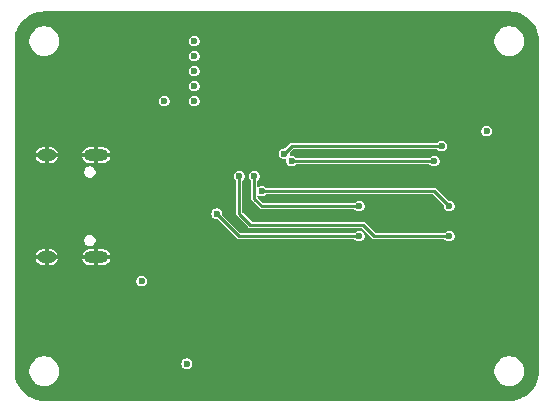
<source format=gbr>
G04 #@! TF.GenerationSoftware,KiCad,Pcbnew,9.0.2+dfsg-1*
G04 #@! TF.CreationDate,2025-08-10T10:43:45+08:00*
G04 #@! TF.ProjectId,stlink,73746c69-6e6b-42e6-9b69-6361645f7063,a*
G04 #@! TF.SameCoordinates,Original*
G04 #@! TF.FileFunction,Copper,L4,Bot*
G04 #@! TF.FilePolarity,Positive*
%FSLAX46Y46*%
G04 Gerber Fmt 4.6, Leading zero omitted, Abs format (unit mm)*
G04 Created by KiCad (PCBNEW 9.0.2+dfsg-1) date 2025-08-10 10:43:45*
%MOMM*%
%LPD*%
G01*
G04 APERTURE LIST*
G04 #@! TA.AperFunction,ComponentPad*
%ADD10O,2.100000X1.000000*%
G04 #@! TD*
G04 #@! TA.AperFunction,ComponentPad*
%ADD11O,1.600000X1.000000*%
G04 #@! TD*
G04 #@! TA.AperFunction,ViaPad*
%ADD12C,0.600000*%
G04 #@! TD*
G04 #@! TA.AperFunction,Conductor*
%ADD13C,0.228600*%
G04 #@! TD*
G04 APERTURE END LIST*
D10*
G04 #@! TO.P,J1,S1,SHIELD*
G04 #@! TO.N,GND*
X108540000Y-84580000D03*
D11*
X104360000Y-84580000D03*
D10*
X108540000Y-93220000D03*
D11*
X104360000Y-93220000D03*
G04 #@! TD*
D12*
G04 #@! TO.N,GND*
X114300000Y-76200000D03*
X107315000Y-89535000D03*
X114300000Y-78740000D03*
X107315000Y-88265000D03*
X114300000Y-74930000D03*
G04 #@! TO.N,+3V3*
X116840000Y-77470000D03*
X114300000Y-80010000D03*
X116205000Y-102235000D03*
X116840000Y-78740000D03*
X116840000Y-74930000D03*
X141605000Y-82550000D03*
X116840000Y-76200000D03*
X112395000Y-95250000D03*
X116840000Y-80010000D03*
G04 #@! TO.N,T_DIO*
X138430000Y-88900000D03*
X122555000Y-87630000D03*
G04 #@! TO.N,T_CLK*
X121920000Y-86360000D03*
X130810000Y-88900000D03*
G04 #@! TO.N,T_RX*
X137795000Y-83820000D03*
X124460000Y-84455000D03*
G04 #@! TO.N,T_TX*
X137160000Y-85090000D03*
X125095000Y-85090000D03*
G04 #@! TO.N,T_RST*
X138430000Y-91440000D03*
X120650000Y-86360000D03*
G04 #@! TO.N,T_SWO*
X118745000Y-89535000D03*
X130810000Y-91440000D03*
G04 #@! TD*
D13*
G04 #@! TO.N,T_DIO*
X137160000Y-87630000D02*
X138430000Y-88900000D01*
X122555000Y-87630000D02*
X137160000Y-87630000D01*
G04 #@! TO.N,T_CLK*
X130810000Y-88900000D02*
X122555000Y-88900000D01*
X122555000Y-88900000D02*
X121920000Y-88265000D01*
X121920000Y-88265000D02*
X121920000Y-86360000D01*
G04 #@! TO.N,T_RX*
X125095000Y-83820000D02*
X124460000Y-84455000D01*
X137795000Y-83820000D02*
X125095000Y-83820000D01*
G04 #@! TO.N,T_TX*
X137160000Y-85090000D02*
X125095000Y-85090000D01*
G04 #@! TO.N,T_RST*
X131126793Y-90488207D02*
X132078586Y-91440000D01*
X120650000Y-89535000D02*
X121603207Y-90488207D01*
X120650000Y-86360000D02*
X120650000Y-89535000D01*
X121603207Y-90488207D02*
X131126793Y-90488207D01*
X132078586Y-91440000D02*
X138430000Y-91440000D01*
G04 #@! TO.N,T_SWO*
X120650000Y-91440000D02*
X118745000Y-89535000D01*
X130810000Y-91440000D02*
X120650000Y-91440000D01*
G04 #@! TD*
G04 #@! TA.AperFunction,Conductor*
G04 #@! TO.N,GND*
G36*
X143512264Y-72415637D02*
G01*
X143539262Y-72417270D01*
X143808559Y-72433559D01*
X143817558Y-72434653D01*
X144107294Y-72487748D01*
X144116089Y-72489916D01*
X144397309Y-72577548D01*
X144405800Y-72580768D01*
X144674399Y-72701654D01*
X144682437Y-72705873D01*
X144934510Y-72858256D01*
X144941983Y-72863415D01*
X145173843Y-73045066D01*
X145180640Y-73051088D01*
X145388911Y-73259359D01*
X145394933Y-73266156D01*
X145576584Y-73498016D01*
X145581743Y-73505489D01*
X145734126Y-73757562D01*
X145738346Y-73765603D01*
X145859231Y-74034199D01*
X145862451Y-74042690D01*
X145950080Y-74323899D01*
X145952253Y-74332716D01*
X146005345Y-74622433D01*
X146006440Y-74631447D01*
X146024363Y-74927735D01*
X146024500Y-74932276D01*
X146024500Y-102867723D01*
X146024363Y-102872264D01*
X146006440Y-103168552D01*
X146005345Y-103177566D01*
X145952253Y-103467283D01*
X145950080Y-103476100D01*
X145862451Y-103757309D01*
X145859231Y-103765800D01*
X145738346Y-104034396D01*
X145734126Y-104042437D01*
X145581743Y-104294510D01*
X145576584Y-104301983D01*
X145394933Y-104533843D01*
X145388911Y-104540640D01*
X145180640Y-104748911D01*
X145173843Y-104754933D01*
X144941983Y-104936584D01*
X144934510Y-104941743D01*
X144682437Y-105094126D01*
X144674396Y-105098346D01*
X144405800Y-105219231D01*
X144397309Y-105222451D01*
X144116100Y-105310080D01*
X144107283Y-105312253D01*
X143817566Y-105365345D01*
X143808552Y-105366440D01*
X143512265Y-105384363D01*
X143507724Y-105384500D01*
X104142276Y-105384500D01*
X104137735Y-105384363D01*
X103841447Y-105366440D01*
X103832433Y-105365345D01*
X103542716Y-105312253D01*
X103533899Y-105310080D01*
X103252690Y-105222451D01*
X103244199Y-105219231D01*
X102975603Y-105098346D01*
X102967562Y-105094126D01*
X102715489Y-104941743D01*
X102708016Y-104936584D01*
X102476156Y-104754933D01*
X102469359Y-104748911D01*
X102261088Y-104540640D01*
X102255066Y-104533843D01*
X102073415Y-104301983D01*
X102068256Y-104294510D01*
X101915871Y-104042434D01*
X101911653Y-104034396D01*
X101790768Y-103765800D01*
X101787548Y-103757309D01*
X101765395Y-103686218D01*
X101699916Y-103476089D01*
X101697748Y-103467294D01*
X101644653Y-103177558D01*
X101643559Y-103168559D01*
X101625637Y-102872263D01*
X101625500Y-102867723D01*
X101625500Y-102771392D01*
X102887100Y-102771392D01*
X102887100Y-102968607D01*
X102917950Y-103163385D01*
X102917953Y-103163400D01*
X102978891Y-103350946D01*
X103068424Y-103526664D01*
X103184343Y-103686210D01*
X103184350Y-103686218D01*
X103323781Y-103825649D01*
X103323789Y-103825656D01*
X103323791Y-103825658D01*
X103361866Y-103853321D01*
X103483335Y-103941575D01*
X103659053Y-104031108D01*
X103846599Y-104092046D01*
X103846608Y-104092047D01*
X103846612Y-104092049D01*
X104041395Y-104122900D01*
X104041399Y-104122900D01*
X104238601Y-104122900D01*
X104238605Y-104122900D01*
X104433388Y-104092049D01*
X104433392Y-104092047D01*
X104433400Y-104092046D01*
X104571157Y-104047285D01*
X104620947Y-104031108D01*
X104796663Y-103941576D01*
X104956209Y-103825658D01*
X105095658Y-103686209D01*
X105211576Y-103526663D01*
X105301108Y-103350947D01*
X105317527Y-103300414D01*
X105362046Y-103163400D01*
X105362047Y-103163392D01*
X105362049Y-103163388D01*
X105392900Y-102968605D01*
X105392900Y-102771395D01*
X105392900Y-102771392D01*
X142257100Y-102771392D01*
X142257100Y-102968607D01*
X142287950Y-103163385D01*
X142287953Y-103163400D01*
X142348891Y-103350946D01*
X142438424Y-103526664D01*
X142554343Y-103686210D01*
X142554350Y-103686218D01*
X142693781Y-103825649D01*
X142693789Y-103825656D01*
X142693791Y-103825658D01*
X142731866Y-103853321D01*
X142853335Y-103941575D01*
X143029053Y-104031108D01*
X143216599Y-104092046D01*
X143216608Y-104092047D01*
X143216612Y-104092049D01*
X143411395Y-104122900D01*
X143411399Y-104122900D01*
X143608601Y-104122900D01*
X143608605Y-104122900D01*
X143803388Y-104092049D01*
X143803392Y-104092047D01*
X143803400Y-104092046D01*
X143941157Y-104047285D01*
X143990947Y-104031108D01*
X144166663Y-103941576D01*
X144326209Y-103825658D01*
X144465658Y-103686209D01*
X144581576Y-103526663D01*
X144671108Y-103350947D01*
X144687527Y-103300414D01*
X144732046Y-103163400D01*
X144732047Y-103163392D01*
X144732049Y-103163388D01*
X144762900Y-102968605D01*
X144762900Y-102771395D01*
X144732049Y-102576612D01*
X144732047Y-102576608D01*
X144732046Y-102576599D01*
X144671108Y-102389053D01*
X144581575Y-102213335D01*
X144470304Y-102060186D01*
X144465658Y-102053791D01*
X144465656Y-102053789D01*
X144465649Y-102053781D01*
X144326218Y-101914350D01*
X144326210Y-101914343D01*
X144166664Y-101798424D01*
X143990946Y-101708891D01*
X143803400Y-101647953D01*
X143803385Y-101647950D01*
X143608607Y-101617100D01*
X143608605Y-101617100D01*
X143411395Y-101617100D01*
X143411392Y-101617100D01*
X143216614Y-101647950D01*
X143216599Y-101647953D01*
X143029053Y-101708891D01*
X142853335Y-101798424D01*
X142693789Y-101914343D01*
X142693781Y-101914350D01*
X142554350Y-102053781D01*
X142554343Y-102053789D01*
X142438424Y-102213335D01*
X142348891Y-102389053D01*
X142287953Y-102576599D01*
X142287950Y-102576614D01*
X142257100Y-102771392D01*
X105392900Y-102771392D01*
X105362049Y-102576612D01*
X105362047Y-102576608D01*
X105362046Y-102576599D01*
X105301108Y-102389053D01*
X105252994Y-102294625D01*
X105211576Y-102213337D01*
X105183995Y-102175375D01*
X115752100Y-102175375D01*
X115752100Y-102294625D01*
X115782964Y-102409813D01*
X115782964Y-102409814D01*
X115842589Y-102513087D01*
X115926912Y-102597410D01*
X115986538Y-102631834D01*
X116030187Y-102657036D01*
X116145375Y-102687900D01*
X116145378Y-102687900D01*
X116264622Y-102687900D01*
X116264625Y-102687900D01*
X116379813Y-102657036D01*
X116483087Y-102597410D01*
X116567410Y-102513087D01*
X116627036Y-102409813D01*
X116657900Y-102294625D01*
X116657900Y-102175375D01*
X116627036Y-102060187D01*
X116623342Y-102053789D01*
X116567410Y-101956912D01*
X116483087Y-101872589D01*
X116379813Y-101812964D01*
X116264625Y-101782100D01*
X116145375Y-101782100D01*
X116058984Y-101805248D01*
X116030186Y-101812964D01*
X116030185Y-101812964D01*
X115926912Y-101872589D01*
X115842589Y-101956912D01*
X115782964Y-102060185D01*
X115782964Y-102060186D01*
X115782964Y-102060187D01*
X115752100Y-102175375D01*
X105183995Y-102175375D01*
X105095658Y-102053791D01*
X105095656Y-102053789D01*
X105095649Y-102053781D01*
X104956218Y-101914350D01*
X104956210Y-101914343D01*
X104796664Y-101798424D01*
X104620946Y-101708891D01*
X104433400Y-101647953D01*
X104433385Y-101647950D01*
X104238607Y-101617100D01*
X104238605Y-101617100D01*
X104041395Y-101617100D01*
X104041392Y-101617100D01*
X103846614Y-101647950D01*
X103846599Y-101647953D01*
X103659053Y-101708891D01*
X103483335Y-101798424D01*
X103323789Y-101914343D01*
X103323781Y-101914350D01*
X103184350Y-102053781D01*
X103184343Y-102053789D01*
X103068424Y-102213335D01*
X102978891Y-102389053D01*
X102917953Y-102576599D01*
X102917950Y-102576614D01*
X102887100Y-102771392D01*
X101625500Y-102771392D01*
X101625500Y-95190375D01*
X111942100Y-95190375D01*
X111942100Y-95309625D01*
X111972964Y-95424813D01*
X111972964Y-95424814D01*
X112032589Y-95528087D01*
X112116912Y-95612410D01*
X112176538Y-95646834D01*
X112220187Y-95672036D01*
X112335375Y-95702900D01*
X112335378Y-95702900D01*
X112454622Y-95702900D01*
X112454625Y-95702900D01*
X112569813Y-95672036D01*
X112673087Y-95612410D01*
X112757410Y-95528087D01*
X112817036Y-95424813D01*
X112847900Y-95309625D01*
X112847900Y-95190375D01*
X112817036Y-95075187D01*
X112817035Y-95075185D01*
X112757410Y-94971912D01*
X112673087Y-94887589D01*
X112569813Y-94827964D01*
X112454625Y-94797100D01*
X112335375Y-94797100D01*
X112248984Y-94820248D01*
X112220186Y-94827964D01*
X112220185Y-94827964D01*
X112116912Y-94887589D01*
X112032589Y-94971912D01*
X111972964Y-95075185D01*
X111972964Y-95075186D01*
X111972964Y-95075187D01*
X111942100Y-95190375D01*
X101625500Y-95190375D01*
X101625500Y-93067599D01*
X103425132Y-93067599D01*
X103425133Y-93067600D01*
X103801577Y-93067600D01*
X103780444Y-93104204D01*
X103760000Y-93180504D01*
X103760000Y-93259496D01*
X103780444Y-93335796D01*
X103801577Y-93372400D01*
X103425133Y-93372400D01*
X103432671Y-93410298D01*
X103481851Y-93529029D01*
X103553244Y-93635877D01*
X103553252Y-93635886D01*
X103644113Y-93726747D01*
X103644122Y-93726755D01*
X103750970Y-93798148D01*
X103869698Y-93847327D01*
X103869699Y-93847328D01*
X103995743Y-93872400D01*
X104207600Y-93872400D01*
X104207600Y-93520000D01*
X104512400Y-93520000D01*
X104512400Y-93872400D01*
X104724257Y-93872400D01*
X104850300Y-93847328D01*
X104850301Y-93847327D01*
X104969029Y-93798148D01*
X105075877Y-93726755D01*
X105075886Y-93726747D01*
X105166747Y-93635886D01*
X105166755Y-93635877D01*
X105238148Y-93529029D01*
X105287328Y-93410298D01*
X105294867Y-93372400D01*
X104918423Y-93372400D01*
X104939556Y-93335796D01*
X104960000Y-93259496D01*
X104960000Y-93180504D01*
X104939556Y-93104204D01*
X104918423Y-93067600D01*
X105294867Y-93067600D01*
X105294867Y-93067599D01*
X107355132Y-93067599D01*
X107355133Y-93067600D01*
X107731577Y-93067600D01*
X107710444Y-93104204D01*
X107690000Y-93180504D01*
X107690000Y-93259496D01*
X107710444Y-93335796D01*
X107731577Y-93372400D01*
X107355133Y-93372400D01*
X107362671Y-93410298D01*
X107411851Y-93529029D01*
X107483244Y-93635877D01*
X107483252Y-93635886D01*
X107574113Y-93726747D01*
X107574122Y-93726755D01*
X107680970Y-93798148D01*
X107799698Y-93847327D01*
X107799699Y-93847328D01*
X107925743Y-93872400D01*
X108387600Y-93872400D01*
X108387600Y-93520000D01*
X108692400Y-93520000D01*
X108692400Y-93872400D01*
X109154257Y-93872400D01*
X109280300Y-93847328D01*
X109280301Y-93847327D01*
X109399029Y-93798148D01*
X109505877Y-93726755D01*
X109505886Y-93726747D01*
X109596747Y-93635886D01*
X109596755Y-93635877D01*
X109668148Y-93529029D01*
X109717328Y-93410298D01*
X109724867Y-93372400D01*
X109348423Y-93372400D01*
X109369556Y-93335796D01*
X109390000Y-93259496D01*
X109390000Y-93180504D01*
X109369556Y-93104204D01*
X109348423Y-93067600D01*
X109724867Y-93067600D01*
X109724867Y-93067599D01*
X109717328Y-93029701D01*
X109668148Y-92910970D01*
X109596755Y-92804122D01*
X109596747Y-92804113D01*
X109505886Y-92713252D01*
X109505877Y-92713244D01*
X109399029Y-92641851D01*
X109280301Y-92592672D01*
X109280300Y-92592671D01*
X109154257Y-92567600D01*
X108692400Y-92567600D01*
X108692400Y-92920000D01*
X108387600Y-92920000D01*
X108387600Y-92567600D01*
X107925743Y-92567600D01*
X107799699Y-92592671D01*
X107799698Y-92592672D01*
X107680970Y-92641851D01*
X107574122Y-92713244D01*
X107574113Y-92713252D01*
X107483252Y-92804113D01*
X107483244Y-92804122D01*
X107411851Y-92910970D01*
X107362671Y-93029701D01*
X107355132Y-93067599D01*
X105294867Y-93067599D01*
X105287328Y-93029701D01*
X105238148Y-92910970D01*
X105166755Y-92804122D01*
X105166747Y-92804113D01*
X105075886Y-92713252D01*
X105075877Y-92713244D01*
X104969029Y-92641851D01*
X104850301Y-92592672D01*
X104850300Y-92592671D01*
X104724257Y-92567600D01*
X104512400Y-92567600D01*
X104512400Y-92920000D01*
X104207600Y-92920000D01*
X104207600Y-92567600D01*
X103995743Y-92567600D01*
X103869699Y-92592671D01*
X103869698Y-92592672D01*
X103750970Y-92641851D01*
X103644122Y-92713244D01*
X103644113Y-92713252D01*
X103553252Y-92804113D01*
X103553244Y-92804122D01*
X103481851Y-92910970D01*
X103432671Y-93029701D01*
X103425132Y-93067599D01*
X101625500Y-93067599D01*
X101625500Y-91727083D01*
X107532100Y-91727083D01*
X107532100Y-91852917D01*
X107564668Y-91974462D01*
X107564671Y-91974470D01*
X107627584Y-92083438D01*
X107716561Y-92172415D01*
X107825529Y-92235328D01*
X107825532Y-92235329D01*
X107825537Y-92235332D01*
X107947083Y-92267900D01*
X107947086Y-92267900D01*
X108072914Y-92267900D01*
X108072917Y-92267900D01*
X108194463Y-92235332D01*
X108303438Y-92172415D01*
X108392415Y-92083438D01*
X108455332Y-91974463D01*
X108487900Y-91852917D01*
X108487900Y-91727083D01*
X108455332Y-91605537D01*
X108455329Y-91605532D01*
X108455328Y-91605529D01*
X108392415Y-91496561D01*
X108303438Y-91407584D01*
X108194470Y-91344671D01*
X108194464Y-91344669D01*
X108194463Y-91344668D01*
X108072917Y-91312100D01*
X107947083Y-91312100D01*
X107825537Y-91344668D01*
X107825529Y-91344671D01*
X107716561Y-91407584D01*
X107627584Y-91496561D01*
X107564671Y-91605529D01*
X107564668Y-91605537D01*
X107532100Y-91727083D01*
X101625500Y-91727083D01*
X101625500Y-89475375D01*
X118292100Y-89475375D01*
X118292100Y-89594625D01*
X118316679Y-89686357D01*
X118322964Y-89709813D01*
X118322964Y-89709814D01*
X118382589Y-89813087D01*
X118466912Y-89897410D01*
X118526538Y-89931834D01*
X118570187Y-89957036D01*
X118685375Y-89987900D01*
X118685378Y-89987900D01*
X118788874Y-89987900D01*
X118837212Y-90005493D01*
X118842048Y-90009926D01*
X120423479Y-91591357D01*
X120498643Y-91666521D01*
X120596851Y-91707200D01*
X130405554Y-91707200D01*
X130453892Y-91724793D01*
X130458728Y-91729226D01*
X130531912Y-91802410D01*
X130591538Y-91836834D01*
X130635187Y-91862036D01*
X130750375Y-91892900D01*
X130750378Y-91892900D01*
X130869622Y-91892900D01*
X130869625Y-91892900D01*
X130984813Y-91862036D01*
X131088087Y-91802410D01*
X131172410Y-91718087D01*
X131232036Y-91614813D01*
X131262900Y-91499625D01*
X131262900Y-91380375D01*
X131232036Y-91265187D01*
X131178531Y-91172514D01*
X131172410Y-91161912D01*
X131088087Y-91077589D01*
X130984813Y-91017964D01*
X130869625Y-90987100D01*
X130750375Y-90987100D01*
X130663984Y-91010248D01*
X130635186Y-91017964D01*
X130635185Y-91017964D01*
X130531912Y-91077589D01*
X130458728Y-91150774D01*
X130412108Y-91172514D01*
X130405554Y-91172800D01*
X120791826Y-91172800D01*
X120743488Y-91155207D01*
X120738652Y-91150774D01*
X119219926Y-89632048D01*
X119198186Y-89585428D01*
X119197900Y-89578874D01*
X119197900Y-89475377D01*
X119197900Y-89475375D01*
X119167036Y-89360187D01*
X119162829Y-89352900D01*
X119107410Y-89256912D01*
X119023087Y-89172589D01*
X118919813Y-89112964D01*
X118804625Y-89082100D01*
X118685375Y-89082100D01*
X118598984Y-89105248D01*
X118570186Y-89112964D01*
X118570185Y-89112964D01*
X118466912Y-89172589D01*
X118382589Y-89256912D01*
X118322964Y-89360185D01*
X118322964Y-89360186D01*
X118322964Y-89360187D01*
X118292100Y-89475375D01*
X101625500Y-89475375D01*
X101625500Y-85947083D01*
X107532100Y-85947083D01*
X107532100Y-86072917D01*
X107562183Y-86185187D01*
X107564668Y-86194462D01*
X107564671Y-86194470D01*
X107627584Y-86303438D01*
X107716561Y-86392415D01*
X107825529Y-86455328D01*
X107825532Y-86455329D01*
X107825537Y-86455332D01*
X107947083Y-86487900D01*
X107947086Y-86487900D01*
X108072914Y-86487900D01*
X108072917Y-86487900D01*
X108194463Y-86455332D01*
X108303438Y-86392415D01*
X108392415Y-86303438D01*
X108394183Y-86300375D01*
X120197100Y-86300375D01*
X120197100Y-86419625D01*
X120215394Y-86487900D01*
X120227964Y-86534813D01*
X120227964Y-86534814D01*
X120287589Y-86638087D01*
X120360774Y-86711272D01*
X120382514Y-86757892D01*
X120382800Y-86764446D01*
X120382800Y-89481851D01*
X120382800Y-89588149D01*
X120400984Y-89632048D01*
X120423480Y-89686359D01*
X121376686Y-90639564D01*
X121451850Y-90714728D01*
X121550058Y-90755407D01*
X130984967Y-90755407D01*
X131033305Y-90773000D01*
X131038141Y-90777433D01*
X131852065Y-91591357D01*
X131927229Y-91666521D01*
X132025437Y-91707200D01*
X138025554Y-91707200D01*
X138073892Y-91724793D01*
X138078728Y-91729226D01*
X138151912Y-91802410D01*
X138211538Y-91836834D01*
X138255187Y-91862036D01*
X138370375Y-91892900D01*
X138370378Y-91892900D01*
X138489622Y-91892900D01*
X138489625Y-91892900D01*
X138604813Y-91862036D01*
X138708087Y-91802410D01*
X138792410Y-91718087D01*
X138852036Y-91614813D01*
X138882900Y-91499625D01*
X138882900Y-91380375D01*
X138852036Y-91265187D01*
X138798531Y-91172514D01*
X138792410Y-91161912D01*
X138708087Y-91077589D01*
X138604813Y-91017964D01*
X138489625Y-90987100D01*
X138370375Y-90987100D01*
X138283984Y-91010248D01*
X138255186Y-91017964D01*
X138255185Y-91017964D01*
X138151912Y-91077589D01*
X138078728Y-91150774D01*
X138032108Y-91172514D01*
X138025554Y-91172800D01*
X132220412Y-91172800D01*
X132172074Y-91155207D01*
X132167238Y-91150774D01*
X131278152Y-90261687D01*
X131278150Y-90261686D01*
X131179942Y-90221007D01*
X131179941Y-90221007D01*
X121745033Y-90221007D01*
X121696695Y-90203414D01*
X121691859Y-90198981D01*
X120939226Y-89446348D01*
X120917486Y-89399728D01*
X120917200Y-89393174D01*
X120917200Y-86764446D01*
X120934793Y-86716108D01*
X120939226Y-86711272D01*
X121012410Y-86638087D01*
X121072035Y-86534814D01*
X121072036Y-86534813D01*
X121102900Y-86419625D01*
X121102900Y-86300375D01*
X121467100Y-86300375D01*
X121467100Y-86419625D01*
X121485394Y-86487900D01*
X121497964Y-86534813D01*
X121497964Y-86534814D01*
X121557589Y-86638087D01*
X121630774Y-86711272D01*
X121652514Y-86757892D01*
X121652800Y-86764446D01*
X121652800Y-88211851D01*
X121652800Y-88318149D01*
X121693479Y-88416357D01*
X121693480Y-88416359D01*
X122403640Y-89126519D01*
X122403641Y-89126519D01*
X122403643Y-89126521D01*
X122501851Y-89167200D01*
X122608149Y-89167200D01*
X130405554Y-89167200D01*
X130453892Y-89184793D01*
X130458728Y-89189226D01*
X130531912Y-89262410D01*
X130591538Y-89296834D01*
X130635187Y-89322036D01*
X130750375Y-89352900D01*
X130750378Y-89352900D01*
X130869622Y-89352900D01*
X130869625Y-89352900D01*
X130984813Y-89322036D01*
X131088087Y-89262410D01*
X131172410Y-89178087D01*
X131232036Y-89074813D01*
X131262900Y-88959625D01*
X131262900Y-88840375D01*
X131232036Y-88725187D01*
X131178531Y-88632514D01*
X131172410Y-88621912D01*
X131088087Y-88537589D01*
X130984813Y-88477964D01*
X130869625Y-88447100D01*
X130750375Y-88447100D01*
X130663984Y-88470248D01*
X130635186Y-88477964D01*
X130635185Y-88477964D01*
X130531912Y-88537589D01*
X130458728Y-88610774D01*
X130412108Y-88632514D01*
X130405554Y-88632800D01*
X122696826Y-88632800D01*
X122648488Y-88615207D01*
X122643652Y-88610774D01*
X122209226Y-88176348D01*
X122202288Y-88161471D01*
X122191735Y-88148894D01*
X122188884Y-88132726D01*
X122187486Y-88129728D01*
X122187200Y-88123174D01*
X122187200Y-88070864D01*
X122204793Y-88022526D01*
X122249342Y-87996806D01*
X122299998Y-88005738D01*
X122380187Y-88052036D01*
X122495375Y-88082900D01*
X122495378Y-88082900D01*
X122614622Y-88082900D01*
X122614625Y-88082900D01*
X122729813Y-88052036D01*
X122833087Y-87992410D01*
X122906272Y-87919226D01*
X122952892Y-87897486D01*
X122959446Y-87897200D01*
X137018174Y-87897200D01*
X137066512Y-87914793D01*
X137071348Y-87919226D01*
X137955074Y-88802952D01*
X137976814Y-88849572D01*
X137977100Y-88856126D01*
X137977100Y-88959625D01*
X138007964Y-89074813D01*
X138007964Y-89074814D01*
X138067589Y-89178087D01*
X138151912Y-89262410D01*
X138211538Y-89296834D01*
X138255187Y-89322036D01*
X138370375Y-89352900D01*
X138370378Y-89352900D01*
X138489622Y-89352900D01*
X138489625Y-89352900D01*
X138604813Y-89322036D01*
X138708087Y-89262410D01*
X138792410Y-89178087D01*
X138852036Y-89074813D01*
X138882900Y-88959625D01*
X138882900Y-88840375D01*
X138852036Y-88725187D01*
X138798531Y-88632514D01*
X138792410Y-88621912D01*
X138708087Y-88537589D01*
X138604813Y-88477964D01*
X138489625Y-88447100D01*
X138386126Y-88447100D01*
X138337788Y-88429507D01*
X138332952Y-88425074D01*
X137311359Y-87403480D01*
X137311357Y-87403479D01*
X137213149Y-87362800D01*
X137213148Y-87362800D01*
X122959446Y-87362800D01*
X122911108Y-87345207D01*
X122906272Y-87340774D01*
X122833087Y-87267589D01*
X122729813Y-87207964D01*
X122614625Y-87177100D01*
X122495375Y-87177100D01*
X122408984Y-87200248D01*
X122380186Y-87207964D01*
X122380185Y-87207964D01*
X122300000Y-87254260D01*
X122249342Y-87263193D01*
X122204793Y-87237473D01*
X122187200Y-87189135D01*
X122187200Y-86764446D01*
X122204793Y-86716108D01*
X122209226Y-86711272D01*
X122282410Y-86638087D01*
X122342035Y-86534814D01*
X122342036Y-86534813D01*
X122372900Y-86419625D01*
X122372900Y-86300375D01*
X122342036Y-86185187D01*
X122342035Y-86185185D01*
X122282410Y-86081912D01*
X122198087Y-85997589D01*
X122094813Y-85937964D01*
X121979625Y-85907100D01*
X121860375Y-85907100D01*
X121773984Y-85930248D01*
X121745186Y-85937964D01*
X121745185Y-85937964D01*
X121641912Y-85997589D01*
X121557589Y-86081912D01*
X121497964Y-86185185D01*
X121497964Y-86185186D01*
X121487676Y-86223583D01*
X121467100Y-86300375D01*
X121102900Y-86300375D01*
X121072036Y-86185187D01*
X121072035Y-86185185D01*
X121012410Y-86081912D01*
X120928087Y-85997589D01*
X120824813Y-85937964D01*
X120709625Y-85907100D01*
X120590375Y-85907100D01*
X120503984Y-85930248D01*
X120475186Y-85937964D01*
X120475185Y-85937964D01*
X120371912Y-85997589D01*
X120287589Y-86081912D01*
X120227964Y-86185185D01*
X120227964Y-86185186D01*
X120217676Y-86223583D01*
X120197100Y-86300375D01*
X108394183Y-86300375D01*
X108455332Y-86194463D01*
X108487900Y-86072917D01*
X108487900Y-85947083D01*
X108455332Y-85825537D01*
X108455329Y-85825532D01*
X108455328Y-85825529D01*
X108392415Y-85716561D01*
X108303438Y-85627584D01*
X108194470Y-85564671D01*
X108194464Y-85564669D01*
X108194463Y-85564668D01*
X108072917Y-85532100D01*
X107947083Y-85532100D01*
X107825537Y-85564668D01*
X107825529Y-85564671D01*
X107716561Y-85627584D01*
X107627584Y-85716561D01*
X107564671Y-85825529D01*
X107564668Y-85825537D01*
X107532100Y-85947083D01*
X101625500Y-85947083D01*
X101625500Y-84427599D01*
X103425132Y-84427599D01*
X103425133Y-84427600D01*
X103801577Y-84427600D01*
X103780444Y-84464204D01*
X103760000Y-84540504D01*
X103760000Y-84619496D01*
X103780444Y-84695796D01*
X103801577Y-84732400D01*
X103425133Y-84732400D01*
X103432671Y-84770298D01*
X103481851Y-84889029D01*
X103553244Y-84995877D01*
X103553252Y-84995886D01*
X103644113Y-85086747D01*
X103644122Y-85086755D01*
X103750970Y-85158148D01*
X103869698Y-85207327D01*
X103869699Y-85207328D01*
X103995743Y-85232400D01*
X104207600Y-85232400D01*
X104207600Y-84880000D01*
X104512400Y-84880000D01*
X104512400Y-85232400D01*
X104724257Y-85232400D01*
X104850300Y-85207328D01*
X104850301Y-85207327D01*
X104969029Y-85158148D01*
X105075877Y-85086755D01*
X105075886Y-85086747D01*
X105166747Y-84995886D01*
X105166755Y-84995877D01*
X105238148Y-84889029D01*
X105287328Y-84770298D01*
X105294867Y-84732400D01*
X104918423Y-84732400D01*
X104939556Y-84695796D01*
X104960000Y-84619496D01*
X104960000Y-84540504D01*
X104939556Y-84464204D01*
X104918423Y-84427600D01*
X105294867Y-84427600D01*
X105294867Y-84427599D01*
X107355132Y-84427599D01*
X107355133Y-84427600D01*
X107731577Y-84427600D01*
X107710444Y-84464204D01*
X107690000Y-84540504D01*
X107690000Y-84619496D01*
X107710444Y-84695796D01*
X107731577Y-84732400D01*
X107355133Y-84732400D01*
X107362671Y-84770298D01*
X107411851Y-84889029D01*
X107483244Y-84995877D01*
X107483252Y-84995886D01*
X107574113Y-85086747D01*
X107574122Y-85086755D01*
X107680970Y-85158148D01*
X107799698Y-85207327D01*
X107799699Y-85207328D01*
X107925743Y-85232400D01*
X108387600Y-85232400D01*
X108387600Y-84880000D01*
X108692400Y-84880000D01*
X108692400Y-85232400D01*
X109154257Y-85232400D01*
X109280300Y-85207328D01*
X109280301Y-85207327D01*
X109399029Y-85158148D01*
X109505877Y-85086755D01*
X109505886Y-85086747D01*
X109596747Y-84995886D01*
X109596755Y-84995877D01*
X109668148Y-84889029D01*
X109717328Y-84770298D01*
X109724867Y-84732400D01*
X109348423Y-84732400D01*
X109369556Y-84695796D01*
X109390000Y-84619496D01*
X109390000Y-84540504D01*
X109369556Y-84464204D01*
X109348423Y-84427600D01*
X109724867Y-84427600D01*
X109724867Y-84427599D01*
X109720395Y-84405117D01*
X109718457Y-84395375D01*
X124007100Y-84395375D01*
X124007100Y-84514625D01*
X124031948Y-84607360D01*
X124037964Y-84629813D01*
X124037964Y-84629814D01*
X124097589Y-84733087D01*
X124181912Y-84817410D01*
X124241538Y-84851834D01*
X124285187Y-84877036D01*
X124400375Y-84907900D01*
X124400378Y-84907900D01*
X124519625Y-84907900D01*
X124561118Y-84896782D01*
X124612360Y-84901264D01*
X124648734Y-84937637D01*
X124653218Y-84988881D01*
X124642100Y-85030375D01*
X124642100Y-85149625D01*
X124664279Y-85232400D01*
X124672964Y-85264813D01*
X124672964Y-85264814D01*
X124732589Y-85368087D01*
X124816912Y-85452410D01*
X124876538Y-85486834D01*
X124920187Y-85512036D01*
X125035375Y-85542900D01*
X125035378Y-85542900D01*
X125154622Y-85542900D01*
X125154625Y-85542900D01*
X125269813Y-85512036D01*
X125373087Y-85452410D01*
X125446272Y-85379226D01*
X125492892Y-85357486D01*
X125499446Y-85357200D01*
X136755554Y-85357200D01*
X136803892Y-85374793D01*
X136808728Y-85379226D01*
X136881912Y-85452410D01*
X136941538Y-85486834D01*
X136985187Y-85512036D01*
X137100375Y-85542900D01*
X137100378Y-85542900D01*
X137219622Y-85542900D01*
X137219625Y-85542900D01*
X137334813Y-85512036D01*
X137438087Y-85452410D01*
X137522410Y-85368087D01*
X137582036Y-85264813D01*
X137612900Y-85149625D01*
X137612900Y-85030375D01*
X137582036Y-84915187D01*
X137577829Y-84907900D01*
X137522410Y-84811912D01*
X137438087Y-84727589D01*
X137334813Y-84667964D01*
X137219625Y-84637100D01*
X137100375Y-84637100D01*
X137013984Y-84660248D01*
X136985186Y-84667964D01*
X136985185Y-84667964D01*
X136881912Y-84727589D01*
X136808728Y-84800774D01*
X136762108Y-84822514D01*
X136755554Y-84822800D01*
X125499446Y-84822800D01*
X125451108Y-84805207D01*
X125446272Y-84800774D01*
X125373087Y-84727589D01*
X125269813Y-84667964D01*
X125154625Y-84637100D01*
X125035375Y-84637100D01*
X124993881Y-84648218D01*
X124942637Y-84643734D01*
X124906264Y-84607360D01*
X124901782Y-84556118D01*
X124912900Y-84514625D01*
X124912900Y-84411126D01*
X124930493Y-84362788D01*
X124934926Y-84357951D01*
X125183653Y-84109225D01*
X125230273Y-84087486D01*
X125236827Y-84087200D01*
X137390554Y-84087200D01*
X137438892Y-84104793D01*
X137443728Y-84109226D01*
X137516912Y-84182410D01*
X137576538Y-84216834D01*
X137620187Y-84242036D01*
X137735375Y-84272900D01*
X137735378Y-84272900D01*
X137854622Y-84272900D01*
X137854625Y-84272900D01*
X137969813Y-84242036D01*
X138073087Y-84182410D01*
X138157410Y-84098087D01*
X138217036Y-83994813D01*
X138247900Y-83879625D01*
X138247900Y-83760375D01*
X138217036Y-83645187D01*
X138217035Y-83645185D01*
X138157410Y-83541912D01*
X138073087Y-83457589D01*
X137969813Y-83397964D01*
X137854625Y-83367100D01*
X137735375Y-83367100D01*
X137648984Y-83390248D01*
X137620186Y-83397964D01*
X137620185Y-83397964D01*
X137516912Y-83457589D01*
X137443728Y-83530774D01*
X137397108Y-83552514D01*
X137390554Y-83552800D01*
X125148149Y-83552800D01*
X125041851Y-83552800D01*
X124943643Y-83593479D01*
X124943642Y-83593480D01*
X124943637Y-83593483D01*
X124557047Y-83980074D01*
X124510427Y-84001814D01*
X124503873Y-84002100D01*
X124400375Y-84002100D01*
X124313984Y-84025248D01*
X124285186Y-84032964D01*
X124285185Y-84032964D01*
X124181912Y-84092589D01*
X124097589Y-84176912D01*
X124037964Y-84280185D01*
X124037964Y-84280186D01*
X124037964Y-84280187D01*
X124007100Y-84395375D01*
X109718457Y-84395375D01*
X109717328Y-84389701D01*
X109668148Y-84270970D01*
X109596755Y-84164122D01*
X109596747Y-84164113D01*
X109505886Y-84073252D01*
X109505877Y-84073244D01*
X109399029Y-84001851D01*
X109280301Y-83952672D01*
X109280300Y-83952671D01*
X109154257Y-83927600D01*
X108692400Y-83927600D01*
X108692400Y-84280000D01*
X108387600Y-84280000D01*
X108387600Y-83927600D01*
X107925743Y-83927600D01*
X107799699Y-83952671D01*
X107799698Y-83952672D01*
X107680970Y-84001851D01*
X107574122Y-84073244D01*
X107574113Y-84073252D01*
X107483252Y-84164113D01*
X107483244Y-84164122D01*
X107411851Y-84270970D01*
X107362671Y-84389701D01*
X107355132Y-84427599D01*
X105294867Y-84427599D01*
X105287328Y-84389701D01*
X105238148Y-84270970D01*
X105166755Y-84164122D01*
X105166747Y-84164113D01*
X105075886Y-84073252D01*
X105075877Y-84073244D01*
X104969029Y-84001851D01*
X104850301Y-83952672D01*
X104850300Y-83952671D01*
X104724257Y-83927600D01*
X104512400Y-83927600D01*
X104512400Y-84280000D01*
X104207600Y-84280000D01*
X104207600Y-83927600D01*
X103995743Y-83927600D01*
X103869699Y-83952671D01*
X103869698Y-83952672D01*
X103750970Y-84001851D01*
X103644122Y-84073244D01*
X103644113Y-84073252D01*
X103553252Y-84164113D01*
X103553244Y-84164122D01*
X103481851Y-84270970D01*
X103432671Y-84389701D01*
X103425132Y-84427599D01*
X101625500Y-84427599D01*
X101625500Y-82490375D01*
X141152100Y-82490375D01*
X141152100Y-82609625D01*
X141182964Y-82724813D01*
X141182964Y-82724814D01*
X141242589Y-82828087D01*
X141326912Y-82912410D01*
X141386538Y-82946834D01*
X141430187Y-82972036D01*
X141545375Y-83002900D01*
X141545378Y-83002900D01*
X141664622Y-83002900D01*
X141664625Y-83002900D01*
X141779813Y-82972036D01*
X141883087Y-82912410D01*
X141967410Y-82828087D01*
X142027036Y-82724813D01*
X142057900Y-82609625D01*
X142057900Y-82490375D01*
X142027036Y-82375187D01*
X142027035Y-82375185D01*
X141967410Y-82271912D01*
X141883087Y-82187589D01*
X141779813Y-82127964D01*
X141664625Y-82097100D01*
X141545375Y-82097100D01*
X141458984Y-82120248D01*
X141430186Y-82127964D01*
X141430185Y-82127964D01*
X141326912Y-82187589D01*
X141242589Y-82271912D01*
X141182964Y-82375185D01*
X141182964Y-82375186D01*
X141182964Y-82375187D01*
X141152100Y-82490375D01*
X101625500Y-82490375D01*
X101625500Y-79950375D01*
X113847100Y-79950375D01*
X113847100Y-80069625D01*
X113877964Y-80184813D01*
X113877964Y-80184814D01*
X113937589Y-80288087D01*
X114021912Y-80372410D01*
X114081538Y-80406834D01*
X114125187Y-80432036D01*
X114240375Y-80462900D01*
X114240378Y-80462900D01*
X114359622Y-80462900D01*
X114359625Y-80462900D01*
X114474813Y-80432036D01*
X114578087Y-80372410D01*
X114662410Y-80288087D01*
X114722036Y-80184813D01*
X114752900Y-80069625D01*
X114752900Y-79950375D01*
X116387100Y-79950375D01*
X116387100Y-80069625D01*
X116417964Y-80184813D01*
X116417964Y-80184814D01*
X116477589Y-80288087D01*
X116561912Y-80372410D01*
X116621538Y-80406834D01*
X116665187Y-80432036D01*
X116780375Y-80462900D01*
X116780378Y-80462900D01*
X116899622Y-80462900D01*
X116899625Y-80462900D01*
X117014813Y-80432036D01*
X117118087Y-80372410D01*
X117202410Y-80288087D01*
X117262036Y-80184813D01*
X117292900Y-80069625D01*
X117292900Y-79950375D01*
X117262036Y-79835187D01*
X117262035Y-79835185D01*
X117202410Y-79731912D01*
X117118087Y-79647589D01*
X117014813Y-79587964D01*
X116899625Y-79557100D01*
X116780375Y-79557100D01*
X116693984Y-79580248D01*
X116665186Y-79587964D01*
X116665185Y-79587964D01*
X116561912Y-79647589D01*
X116477589Y-79731912D01*
X116417964Y-79835185D01*
X116417964Y-79835186D01*
X116417964Y-79835187D01*
X116387100Y-79950375D01*
X114752900Y-79950375D01*
X114722036Y-79835187D01*
X114722035Y-79835185D01*
X114662410Y-79731912D01*
X114578087Y-79647589D01*
X114474813Y-79587964D01*
X114359625Y-79557100D01*
X114240375Y-79557100D01*
X114153984Y-79580248D01*
X114125186Y-79587964D01*
X114125185Y-79587964D01*
X114021912Y-79647589D01*
X113937589Y-79731912D01*
X113877964Y-79835185D01*
X113877964Y-79835186D01*
X113877964Y-79835187D01*
X113847100Y-79950375D01*
X101625500Y-79950375D01*
X101625500Y-78680375D01*
X116387100Y-78680375D01*
X116387100Y-78799625D01*
X116417964Y-78914813D01*
X116417964Y-78914814D01*
X116477589Y-79018087D01*
X116561912Y-79102410D01*
X116621538Y-79136834D01*
X116665187Y-79162036D01*
X116780375Y-79192900D01*
X116780378Y-79192900D01*
X116899622Y-79192900D01*
X116899625Y-79192900D01*
X117014813Y-79162036D01*
X117118087Y-79102410D01*
X117202410Y-79018087D01*
X117262036Y-78914813D01*
X117292900Y-78799625D01*
X117292900Y-78680375D01*
X117262036Y-78565187D01*
X117262035Y-78565185D01*
X117202410Y-78461912D01*
X117118087Y-78377589D01*
X117014813Y-78317964D01*
X116899625Y-78287100D01*
X116780375Y-78287100D01*
X116693984Y-78310248D01*
X116665186Y-78317964D01*
X116665185Y-78317964D01*
X116561912Y-78377589D01*
X116477589Y-78461912D01*
X116417964Y-78565185D01*
X116417964Y-78565186D01*
X116417964Y-78565187D01*
X116387100Y-78680375D01*
X101625500Y-78680375D01*
X101625500Y-77410375D01*
X116387100Y-77410375D01*
X116387100Y-77529625D01*
X116417964Y-77644813D01*
X116417964Y-77644814D01*
X116477589Y-77748087D01*
X116561912Y-77832410D01*
X116621538Y-77866834D01*
X116665187Y-77892036D01*
X116780375Y-77922900D01*
X116780378Y-77922900D01*
X116899622Y-77922900D01*
X116899625Y-77922900D01*
X117014813Y-77892036D01*
X117118087Y-77832410D01*
X117202410Y-77748087D01*
X117262036Y-77644813D01*
X117292900Y-77529625D01*
X117292900Y-77410375D01*
X117262036Y-77295187D01*
X117262035Y-77295185D01*
X117202410Y-77191912D01*
X117118087Y-77107589D01*
X117014813Y-77047964D01*
X116899625Y-77017100D01*
X116780375Y-77017100D01*
X116693984Y-77040248D01*
X116665186Y-77047964D01*
X116665185Y-77047964D01*
X116561912Y-77107589D01*
X116477589Y-77191912D01*
X116417964Y-77295185D01*
X116417964Y-77295186D01*
X116417964Y-77295187D01*
X116387100Y-77410375D01*
X101625500Y-77410375D01*
X101625500Y-74932276D01*
X101625637Y-74927735D01*
X101631465Y-74831392D01*
X102887100Y-74831392D01*
X102887100Y-75028607D01*
X102917950Y-75223385D01*
X102917953Y-75223400D01*
X102978891Y-75410946D01*
X103068424Y-75586664D01*
X103184343Y-75746210D01*
X103184350Y-75746218D01*
X103323781Y-75885649D01*
X103323789Y-75885656D01*
X103323791Y-75885658D01*
X103411045Y-75949052D01*
X103483335Y-76001575D01*
X103659053Y-76091108D01*
X103846599Y-76152046D01*
X103846608Y-76152047D01*
X103846612Y-76152049D01*
X104041395Y-76182900D01*
X104041399Y-76182900D01*
X104238601Y-76182900D01*
X104238605Y-76182900D01*
X104433388Y-76152049D01*
X104433392Y-76152047D01*
X104433400Y-76152046D01*
X104469319Y-76140375D01*
X116387100Y-76140375D01*
X116387100Y-76259625D01*
X116417964Y-76374813D01*
X116417964Y-76374814D01*
X116477589Y-76478087D01*
X116561912Y-76562410D01*
X116621538Y-76596834D01*
X116665187Y-76622036D01*
X116780375Y-76652900D01*
X116780378Y-76652900D01*
X116899622Y-76652900D01*
X116899625Y-76652900D01*
X117014813Y-76622036D01*
X117118087Y-76562410D01*
X117202410Y-76478087D01*
X117262036Y-76374813D01*
X117292900Y-76259625D01*
X117292900Y-76140375D01*
X117262036Y-76025187D01*
X117248404Y-76001576D01*
X117202410Y-75921912D01*
X117118087Y-75837589D01*
X117014813Y-75777964D01*
X116899625Y-75747100D01*
X116780375Y-75747100D01*
X116693984Y-75770248D01*
X116665186Y-75777964D01*
X116665185Y-75777964D01*
X116561912Y-75837589D01*
X116477589Y-75921912D01*
X116417964Y-76025185D01*
X116417964Y-76025186D01*
X116417964Y-76025187D01*
X116387100Y-76140375D01*
X104469319Y-76140375D01*
X104571157Y-76107285D01*
X104620947Y-76091108D01*
X104796663Y-76001576D01*
X104956209Y-75885658D01*
X105095658Y-75746209D01*
X105211576Y-75586663D01*
X105301108Y-75410947D01*
X105320249Y-75352036D01*
X105362046Y-75223400D01*
X105362047Y-75223392D01*
X105362049Y-75223388D01*
X105392900Y-75028605D01*
X105392900Y-74870375D01*
X116387100Y-74870375D01*
X116387100Y-74989625D01*
X116417964Y-75104813D01*
X116417964Y-75104814D01*
X116477589Y-75208087D01*
X116561912Y-75292410D01*
X116621538Y-75326834D01*
X116665187Y-75352036D01*
X116780375Y-75382900D01*
X116780378Y-75382900D01*
X116899622Y-75382900D01*
X116899625Y-75382900D01*
X117014813Y-75352036D01*
X117118087Y-75292410D01*
X117202410Y-75208087D01*
X117262036Y-75104813D01*
X117292900Y-74989625D01*
X117292900Y-74870375D01*
X117282455Y-74831392D01*
X142257100Y-74831392D01*
X142257100Y-75028607D01*
X142287950Y-75223385D01*
X142287953Y-75223400D01*
X142348891Y-75410946D01*
X142438424Y-75586664D01*
X142554343Y-75746210D01*
X142554350Y-75746218D01*
X142693781Y-75885649D01*
X142693789Y-75885656D01*
X142693791Y-75885658D01*
X142781045Y-75949052D01*
X142853335Y-76001575D01*
X143029053Y-76091108D01*
X143216599Y-76152046D01*
X143216608Y-76152047D01*
X143216612Y-76152049D01*
X143411395Y-76182900D01*
X143411399Y-76182900D01*
X143608601Y-76182900D01*
X143608605Y-76182900D01*
X143803388Y-76152049D01*
X143803392Y-76152047D01*
X143803400Y-76152046D01*
X143941157Y-76107285D01*
X143990947Y-76091108D01*
X144166663Y-76001576D01*
X144326209Y-75885658D01*
X144465658Y-75746209D01*
X144581576Y-75586663D01*
X144671108Y-75410947D01*
X144690249Y-75352036D01*
X144732046Y-75223400D01*
X144732047Y-75223392D01*
X144732049Y-75223388D01*
X144762900Y-75028605D01*
X144762900Y-74831395D01*
X144732049Y-74636612D01*
X144732047Y-74636608D01*
X144732046Y-74636599D01*
X144671108Y-74449053D01*
X144581575Y-74273335D01*
X144529052Y-74201045D01*
X144465658Y-74113791D01*
X144465656Y-74113789D01*
X144465649Y-74113781D01*
X144326218Y-73974350D01*
X144326210Y-73974343D01*
X144166664Y-73858424D01*
X143990946Y-73768891D01*
X143803400Y-73707953D01*
X143803385Y-73707950D01*
X143608607Y-73677100D01*
X143608605Y-73677100D01*
X143411395Y-73677100D01*
X143411392Y-73677100D01*
X143216614Y-73707950D01*
X143216599Y-73707953D01*
X143029053Y-73768891D01*
X142853335Y-73858424D01*
X142693789Y-73974343D01*
X142693781Y-73974350D01*
X142554350Y-74113781D01*
X142554343Y-74113789D01*
X142438424Y-74273335D01*
X142348891Y-74449053D01*
X142287953Y-74636599D01*
X142287950Y-74636614D01*
X142257100Y-74831392D01*
X117282455Y-74831392D01*
X117262036Y-74755187D01*
X117262035Y-74755185D01*
X117202410Y-74651912D01*
X117118087Y-74567589D01*
X117014813Y-74507964D01*
X116983545Y-74499586D01*
X116899625Y-74477100D01*
X116780375Y-74477100D01*
X116696455Y-74499586D01*
X116665186Y-74507964D01*
X116665185Y-74507964D01*
X116561912Y-74567589D01*
X116477589Y-74651912D01*
X116417964Y-74755185D01*
X116417964Y-74755186D01*
X116417964Y-74755187D01*
X116387100Y-74870375D01*
X105392900Y-74870375D01*
X105392900Y-74831395D01*
X105362049Y-74636612D01*
X105362047Y-74636608D01*
X105362046Y-74636599D01*
X105301108Y-74449053D01*
X105211575Y-74273335D01*
X105159052Y-74201045D01*
X105095658Y-74113791D01*
X105095656Y-74113789D01*
X105095649Y-74113781D01*
X104956218Y-73974350D01*
X104956210Y-73974343D01*
X104796664Y-73858424D01*
X104620946Y-73768891D01*
X104433400Y-73707953D01*
X104433385Y-73707950D01*
X104238607Y-73677100D01*
X104238605Y-73677100D01*
X104041395Y-73677100D01*
X104041392Y-73677100D01*
X103846614Y-73707950D01*
X103846599Y-73707953D01*
X103659053Y-73768891D01*
X103483335Y-73858424D01*
X103323789Y-73974343D01*
X103323781Y-73974350D01*
X103184350Y-74113781D01*
X103184343Y-74113789D01*
X103068424Y-74273335D01*
X102978891Y-74449053D01*
X102917953Y-74636599D01*
X102917950Y-74636614D01*
X102887100Y-74831392D01*
X101631465Y-74831392D01*
X101631918Y-74823899D01*
X101631918Y-74823898D01*
X101634215Y-74785925D01*
X101643560Y-74631438D01*
X101644652Y-74622443D01*
X101697749Y-74332701D01*
X101699915Y-74323914D01*
X101787549Y-74042684D01*
X101790768Y-74034199D01*
X101817707Y-73974343D01*
X101911657Y-73765593D01*
X101915867Y-73757571D01*
X102068261Y-73505481D01*
X102073409Y-73498023D01*
X102255072Y-73266148D01*
X102261080Y-73259367D01*
X102469367Y-73051080D01*
X102476148Y-73045072D01*
X102708023Y-72863409D01*
X102715481Y-72858261D01*
X102967571Y-72705867D01*
X102975593Y-72701657D01*
X103244204Y-72580765D01*
X103252684Y-72577549D01*
X103533914Y-72489915D01*
X103542701Y-72487749D01*
X103832443Y-72434652D01*
X103841438Y-72433560D01*
X104113440Y-72417106D01*
X104137736Y-72415637D01*
X104142276Y-72415500D01*
X104148285Y-72415500D01*
X143501715Y-72415500D01*
X143507724Y-72415500D01*
X143512264Y-72415637D01*
G37*
G04 #@! TD.AperFunction*
G04 #@! TD*
M02*

</source>
